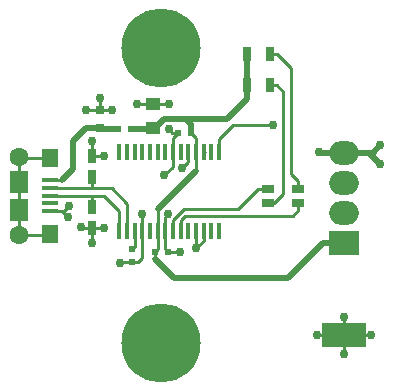
<source format=gtl>
G04 #@! TF.FileFunction,Copper,L1,Top,Signal*
%FSLAX46Y46*%
G04 Gerber Fmt 4.6, Leading zero omitted, Abs format (unit mm)*
G04 Created by KiCad (PCBNEW 4.0.1-stable) date 4/22/2016 10:57:25 PM*
%MOMM*%
G01*
G04 APERTURE LIST*
%ADD10C,0.150000*%
%ADD11R,1.092200X0.787400*%
%ADD12R,1.250000X1.000000*%
%ADD13R,0.750000X0.800000*%
%ADD14R,0.600000X0.500000*%
%ADD15R,0.500000X0.600000*%
%ADD16R,0.762000X1.270000*%
%ADD17R,1.600000X1.900000*%
%ADD18C,1.600000*%
%ADD19R,1.350000X0.400000*%
%ADD20R,1.400000X1.600000*%
%ADD21R,3.800000X2.030000*%
%ADD22R,2.500000X2.000000*%
%ADD23O,2.500000X2.000000*%
%ADD24R,0.700000X1.300000*%
%ADD25R,0.320000X1.400000*%
%ADD26C,6.700000*%
%ADD27C,0.762000*%
%ADD28C,0.254000*%
%ADD29C,0.508000*%
G04 APERTURE END LIST*
D10*
D11*
X151028400Y-108623100D03*
X153619200Y-108623100D03*
X153619200Y-109816900D03*
X151028400Y-109816900D03*
D12*
X141350000Y-101450000D03*
X141350000Y-103450000D03*
D13*
X136850000Y-101950000D03*
X136850000Y-103450000D03*
D14*
X143450000Y-103900000D03*
X144550000Y-103900000D03*
D15*
X139550000Y-114850000D03*
X139550000Y-113750000D03*
D16*
X136200000Y-110161000D03*
X136200000Y-111939000D03*
X136200000Y-107639000D03*
X136200000Y-105861000D03*
D14*
X139450000Y-103600000D03*
X138350000Y-103600000D03*
D17*
X129973200Y-108020000D03*
X129973200Y-110420000D03*
D18*
X129973200Y-105920000D03*
X129973200Y-112520000D03*
D19*
X132648200Y-109220000D03*
X132648200Y-109870000D03*
X132648200Y-110520000D03*
X132648200Y-108570000D03*
X132648200Y-107920000D03*
D20*
X132648200Y-106020000D03*
X132648200Y-112420000D03*
D14*
X142600000Y-113950000D03*
X141500000Y-113950000D03*
D21*
X157500000Y-121000000D03*
D22*
X157480000Y-113200000D03*
D23*
X157480000Y-110660000D03*
X157480000Y-108120000D03*
X157480000Y-105580000D03*
D24*
X151200000Y-99850000D03*
X149300000Y-99850000D03*
X151200000Y-97200000D03*
X149300000Y-97200000D03*
D25*
X146925000Y-112225000D03*
X146925000Y-105475000D03*
X146275000Y-112225000D03*
X146275000Y-105475000D03*
X145625000Y-112225000D03*
X145625000Y-105475000D03*
X144975000Y-112225000D03*
X144975000Y-105475000D03*
X144325000Y-112225000D03*
X144325000Y-105475000D03*
X143675000Y-112225000D03*
X143675000Y-105475000D03*
X143025000Y-112225000D03*
X143025000Y-105475000D03*
X142375000Y-112225000D03*
X142375000Y-105475000D03*
X141725000Y-112225000D03*
X141725000Y-105475000D03*
X141075000Y-112225000D03*
X141075000Y-105475000D03*
X140425000Y-112225000D03*
X140425000Y-105475000D03*
X139775000Y-112225000D03*
X139775000Y-105475000D03*
X139125000Y-112225000D03*
X139125000Y-105475000D03*
X138475000Y-112225000D03*
X138475000Y-105475000D03*
D26*
X142011400Y-96748600D03*
X142011400Y-121691400D03*
D27*
X143600000Y-113950000D03*
X160550000Y-104950000D03*
X160550000Y-106550000D03*
X142671126Y-103589010D03*
X139950000Y-101450000D03*
X142650000Y-101450000D03*
X137900000Y-101950000D03*
X136850000Y-100950000D03*
X135700000Y-101950000D03*
X137150000Y-105850000D03*
X136200000Y-104550000D03*
X137150000Y-111950000D03*
X136200000Y-113250000D03*
X135200000Y-111900000D03*
X142300000Y-107500000D03*
X142605029Y-110755029D03*
X140400000Y-110800000D03*
X138500000Y-114900000D03*
X145000000Y-113650000D03*
X134150000Y-111050000D03*
X134250000Y-110100000D03*
X155400000Y-105550000D03*
X159800000Y-121000000D03*
X155200000Y-121000000D03*
X157500000Y-122600000D03*
X157500000Y-119500000D03*
X151500000Y-103250000D03*
X143800000Y-106900000D03*
D28*
X145625000Y-112225000D02*
X145625000Y-113025000D01*
X145625000Y-113025000D02*
X145000000Y-113650000D01*
X142600000Y-113950000D02*
X143600000Y-113950000D01*
X142600000Y-113950000D02*
X142375000Y-113725000D01*
X142375000Y-113725000D02*
X142375000Y-112225000D01*
D29*
X157480000Y-105580000D02*
X159920000Y-105580000D01*
X159920000Y-105580000D02*
X160550000Y-104950000D01*
D28*
X157480000Y-105580000D02*
X159580000Y-105580000D01*
D29*
X159580000Y-105580000D02*
X160550000Y-106550000D01*
D28*
X143450000Y-103900000D02*
X142982116Y-103900000D01*
X142982116Y-103900000D02*
X142671126Y-103589010D01*
X141350000Y-101450000D02*
X139950000Y-101450000D01*
X141350000Y-101450000D02*
X142650000Y-101450000D01*
X136850000Y-101950000D02*
X137900000Y-101950000D01*
X136850000Y-101950000D02*
X136850000Y-100950000D01*
X136850000Y-101950000D02*
X135700000Y-101950000D01*
X136200000Y-105861000D02*
X137139000Y-105861000D01*
X137139000Y-105861000D02*
X137150000Y-105850000D01*
X136200000Y-105861000D02*
X136200000Y-104550000D01*
X136200000Y-111939000D02*
X137139000Y-111939000D01*
X137139000Y-111939000D02*
X137150000Y-111950000D01*
X136200000Y-111939000D02*
X136200000Y-113250000D01*
X136200000Y-111939000D02*
X135239000Y-111939000D01*
X135239000Y-111939000D02*
X135200000Y-111900000D01*
X143025000Y-105475000D02*
X143025000Y-106775000D01*
X143025000Y-106775000D02*
X142300000Y-107500000D01*
X142375000Y-112225000D02*
X142375000Y-110985058D01*
X142375000Y-110985058D02*
X142605029Y-110755029D01*
X140425000Y-112225000D02*
X140425000Y-110825000D01*
X140425000Y-110825000D02*
X140400000Y-110800000D01*
X139550000Y-114850000D02*
X138550000Y-114850000D01*
X138550000Y-114850000D02*
X138500000Y-114900000D01*
X144975000Y-112225000D02*
X144975000Y-113625000D01*
X144975000Y-113625000D02*
X145000000Y-113650000D01*
X143450000Y-103900000D02*
X143025000Y-104325000D01*
X143025000Y-104325000D02*
X143025000Y-105475000D01*
X132648200Y-110520000D02*
X133620000Y-110520000D01*
X133620000Y-110520000D02*
X134150000Y-111050000D01*
X132648200Y-110520000D02*
X133830000Y-110520000D01*
X133830000Y-110520000D02*
X134250000Y-110100000D01*
X139550000Y-114850000D02*
X140054000Y-114850000D01*
X140054000Y-114850000D02*
X140425000Y-114479000D01*
X140425000Y-114479000D02*
X140425000Y-113179000D01*
X140425000Y-113179000D02*
X140425000Y-112225000D01*
D29*
X157480000Y-105580000D02*
X155430000Y-105580000D01*
D28*
X155430000Y-105580000D02*
X155400000Y-105550000D01*
X157500000Y-121000000D02*
X159800000Y-121000000D01*
X157500000Y-121000000D02*
X155200000Y-121000000D01*
X157500000Y-121000000D02*
X157500000Y-122600000D01*
X157500000Y-121000000D02*
X157500000Y-119500000D01*
D29*
X141500000Y-114600000D02*
X143100000Y-116200000D01*
X152722000Y-116200000D02*
X155722000Y-113200000D01*
X143100000Y-116200000D02*
X152722000Y-116200000D01*
X155722000Y-113200000D02*
X157480000Y-113200000D01*
D28*
X141500000Y-113950000D02*
X141500000Y-114600000D01*
X141725000Y-112225000D02*
X141725000Y-113725000D01*
X141725000Y-113725000D02*
X141500000Y-113950000D01*
D29*
X149300000Y-99850000D02*
X149300000Y-101008000D01*
X149300000Y-101008000D02*
X147608000Y-102700000D01*
X147608000Y-102700000D02*
X144108000Y-102700000D01*
X149300000Y-97200000D02*
X149300000Y-99850000D01*
D28*
X144975000Y-105475000D02*
X144975000Y-107127808D01*
D29*
X144975000Y-107127808D02*
X141725000Y-110377808D01*
D28*
X141725000Y-110377808D02*
X141725000Y-111271000D01*
X141725000Y-111271000D02*
X141725000Y-112225000D01*
X144550000Y-103900000D02*
X144975000Y-104325000D01*
X144975000Y-104325000D02*
X144975000Y-105475000D01*
D29*
X141350000Y-103450000D02*
X141475000Y-103450000D01*
X141475000Y-103450000D02*
X142225000Y-102700000D01*
X142225000Y-102700000D02*
X144108000Y-102700000D01*
X144108000Y-102700000D02*
X144550000Y-103142000D01*
X144550000Y-103142000D02*
X144550000Y-103900000D01*
X139450000Y-103600000D02*
X141200000Y-103600000D01*
X141200000Y-103600000D02*
X141350000Y-103450000D01*
X157480000Y-113200000D02*
X157230000Y-113200000D01*
D28*
X146950000Y-104400000D02*
X148100000Y-103250000D01*
X148100000Y-103250000D02*
X151500000Y-103250000D01*
X146950000Y-104910000D02*
X146950000Y-104400000D01*
X146925000Y-105475000D02*
X146925000Y-104935000D01*
X146925000Y-104935000D02*
X146950000Y-104910000D01*
X157230000Y-110660000D02*
X157480000Y-110660000D01*
X144325000Y-105475000D02*
X144325000Y-106375000D01*
X144325000Y-106375000D02*
X143800000Y-106900000D01*
X148501400Y-110350000D02*
X143946000Y-110350000D01*
X143946000Y-110350000D02*
X143025000Y-111271000D01*
X143025000Y-111271000D02*
X143025000Y-112225000D01*
X151028400Y-108623100D02*
X150228300Y-108623100D01*
X150228300Y-108623100D02*
X148501400Y-110350000D01*
X153183800Y-110900000D02*
X144046000Y-110900000D01*
X144046000Y-110900000D02*
X143675000Y-111271000D01*
X143675000Y-111271000D02*
X143675000Y-112225000D01*
X153619200Y-109816900D02*
X153619200Y-110464600D01*
X153619200Y-110464600D02*
X153183800Y-110900000D01*
X145700000Y-105500000D02*
X145725000Y-105525000D01*
D29*
X138350000Y-103600000D02*
X137000000Y-103600000D01*
D28*
X137000000Y-103600000D02*
X136850000Y-103450000D01*
D29*
X134600000Y-104550000D02*
X135700000Y-103450000D01*
X135700000Y-103450000D02*
X136850000Y-103450000D01*
X134600000Y-106950000D02*
X134600000Y-104550000D01*
X133650000Y-107900000D02*
X134600000Y-106950000D01*
D28*
X133143200Y-107900000D02*
X133650000Y-107900000D01*
X132648200Y-107920000D02*
X133123200Y-107920000D01*
X133123200Y-107920000D02*
X133143200Y-107900000D01*
X139775000Y-112225000D02*
X139775000Y-113525000D01*
X139775000Y-113525000D02*
X139550000Y-113750000D01*
X132648200Y-109220000D02*
X136150000Y-109220000D01*
X136150000Y-109220000D02*
X137170000Y-109220000D01*
X136200000Y-110161000D02*
X136200000Y-109270000D01*
X136200000Y-109270000D02*
X136150000Y-109220000D01*
X137170000Y-109220000D02*
X138475000Y-110525000D01*
X138475000Y-110525000D02*
X138475000Y-112225000D01*
X133050000Y-108600000D02*
X136150000Y-108600000D01*
X136150000Y-108600000D02*
X137850000Y-108600000D01*
X136200000Y-107639000D02*
X136200000Y-108550000D01*
X136200000Y-108550000D02*
X136150000Y-108600000D01*
X137850000Y-108600000D02*
X139125000Y-109875000D01*
X139125000Y-109875000D02*
X139125000Y-112225000D01*
X132648200Y-108570000D02*
X133020000Y-108570000D01*
X133020000Y-108570000D02*
X133050000Y-108600000D01*
X151200000Y-97200000D02*
X151804000Y-97200000D01*
X151804000Y-97200000D02*
X152995719Y-98391719D01*
X152995719Y-98391719D02*
X152995719Y-107351919D01*
X152995719Y-107351919D02*
X153619200Y-107975400D01*
X153619200Y-107975400D02*
X153619200Y-108623100D01*
X151200000Y-99850000D02*
X151804000Y-99850000D01*
X151804000Y-99850000D02*
X152367140Y-100413140D01*
X151578432Y-109816900D02*
X151028400Y-109816900D01*
X152367140Y-100413140D02*
X152367140Y-109028192D01*
X152367140Y-109028192D02*
X151578432Y-109816900D01*
X129973200Y-112520000D02*
X132548200Y-112520000D01*
X132548200Y-112520000D02*
X132648200Y-112420000D01*
X129973200Y-112520000D02*
X129973200Y-110420000D01*
X129973200Y-110420000D02*
X129973200Y-108020000D01*
X129973200Y-108020000D02*
X129973200Y-105920000D01*
X132648200Y-106020000D02*
X130073200Y-106020000D01*
X130073200Y-106020000D02*
X129973200Y-105920000D01*
M02*

</source>
